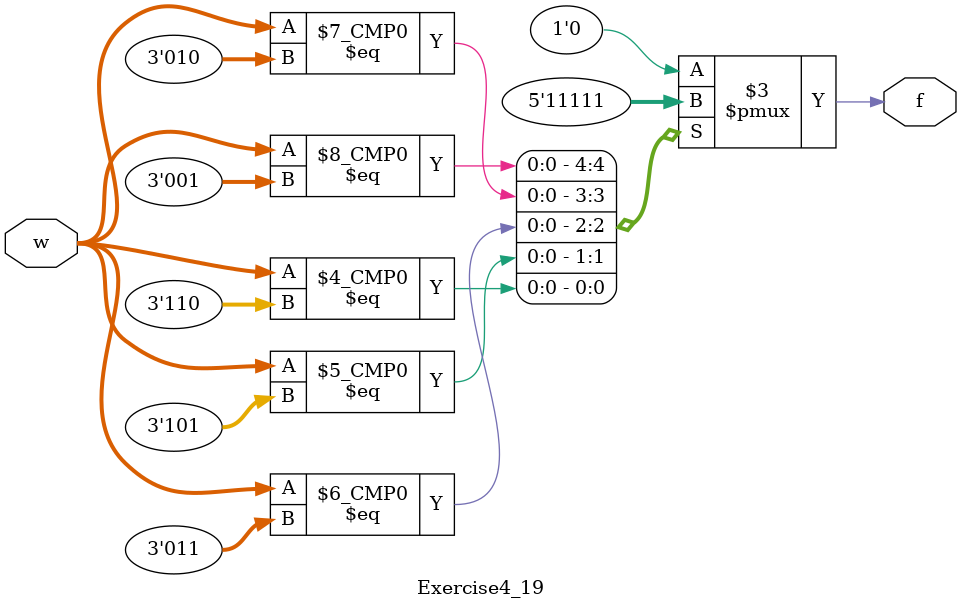
<source format=v>
module Exercise4_19(input [2:0]w, output reg f);
	always@(w)
		begin
			case(w)
				1: f = 1;
				2: f = 1;
				3: f = 1;
				5: f = 1;
				6: f = 1;
				default: f = 0;
			endcase
		end
endmodule 
</source>
